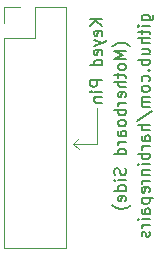
<source format=gbr>
G04 #@! TF.GenerationSoftware,KiCad,Pcbnew,(5.1.0-0)*
G04 #@! TF.CreationDate,2019-08-08T23:34:54-04:00*
G04 #@! TF.ProjectId,Dell Optiplex Front Panel LED Indicator Adapter,44656c6c-204f-4707-9469-706c65782046,rev?*
G04 #@! TF.SameCoordinates,Original*
G04 #@! TF.FileFunction,Legend,Bot*
G04 #@! TF.FilePolarity,Positive*
%FSLAX46Y46*%
G04 Gerber Fmt 4.6, Leading zero omitted, Abs format (unit mm)*
G04 Created by KiCad (PCBNEW (5.1.0-0)) date 2019-08-08 23:34:54*
%MOMM*%
%LPD*%
G04 APERTURE LIST*
%ADD10C,0.120000*%
%ADD11C,0.150000*%
G04 APERTURE END LIST*
D10*
X151000000Y-75000000D02*
X151000000Y-72000000D01*
D11*
X151452380Y-64476190D02*
X150452380Y-64476190D01*
X151452380Y-65047619D02*
X150880952Y-64619047D01*
X150452380Y-65047619D02*
X151023809Y-64476190D01*
X151404761Y-65857142D02*
X151452380Y-65761904D01*
X151452380Y-65571428D01*
X151404761Y-65476190D01*
X151309523Y-65428571D01*
X150928571Y-65428571D01*
X150833333Y-65476190D01*
X150785714Y-65571428D01*
X150785714Y-65761904D01*
X150833333Y-65857142D01*
X150928571Y-65904761D01*
X151023809Y-65904761D01*
X151119047Y-65428571D01*
X150785714Y-66238095D02*
X151452380Y-66476190D01*
X150785714Y-66714285D02*
X151452380Y-66476190D01*
X151690476Y-66380952D01*
X151738095Y-66333333D01*
X151785714Y-66238095D01*
X151404761Y-67476190D02*
X151452380Y-67380952D01*
X151452380Y-67190476D01*
X151404761Y-67095238D01*
X151309523Y-67047619D01*
X150928571Y-67047619D01*
X150833333Y-67095238D01*
X150785714Y-67190476D01*
X150785714Y-67380952D01*
X150833333Y-67476190D01*
X150928571Y-67523809D01*
X151023809Y-67523809D01*
X151119047Y-67047619D01*
X151452380Y-68380952D02*
X150452380Y-68380952D01*
X151404761Y-68380952D02*
X151452380Y-68285714D01*
X151452380Y-68095238D01*
X151404761Y-68000000D01*
X151357142Y-67952380D01*
X151261904Y-67904761D01*
X150976190Y-67904761D01*
X150880952Y-67952380D01*
X150833333Y-68000000D01*
X150785714Y-68095238D01*
X150785714Y-68285714D01*
X150833333Y-68380952D01*
X151452380Y-69619047D02*
X150452380Y-69619047D01*
X150452380Y-70000000D01*
X150500000Y-70095238D01*
X150547619Y-70142857D01*
X150642857Y-70190476D01*
X150785714Y-70190476D01*
X150880952Y-70142857D01*
X150928571Y-70095238D01*
X150976190Y-70000000D01*
X150976190Y-69619047D01*
X151452380Y-70619047D02*
X150785714Y-70619047D01*
X150452380Y-70619047D02*
X150500000Y-70571428D01*
X150547619Y-70619047D01*
X150500000Y-70666666D01*
X150452380Y-70619047D01*
X150547619Y-70619047D01*
X150785714Y-71095238D02*
X151452380Y-71095238D01*
X150880952Y-71095238D02*
X150833333Y-71142857D01*
X150785714Y-71238095D01*
X150785714Y-71380952D01*
X150833333Y-71476190D01*
X150928571Y-71523809D01*
X151452380Y-71523809D01*
D10*
X149000000Y-75000000D02*
X149500000Y-75500000D01*
X149500000Y-74500000D02*
X149000000Y-75000000D01*
X149000000Y-75000000D02*
X149500000Y-74500000D01*
X149000000Y-75000000D02*
X151000000Y-75000000D01*
D11*
X153833333Y-66761904D02*
X153785714Y-66714285D01*
X153642857Y-66619047D01*
X153547619Y-66571428D01*
X153404761Y-66523809D01*
X153166666Y-66476190D01*
X152976190Y-66476190D01*
X152738095Y-66523809D01*
X152595238Y-66571428D01*
X152500000Y-66619047D01*
X152357142Y-66714285D01*
X152309523Y-66761904D01*
X153452380Y-67142857D02*
X152452380Y-67142857D01*
X153166666Y-67476190D01*
X152452380Y-67809523D01*
X153452380Y-67809523D01*
X153452380Y-68428571D02*
X153404761Y-68333333D01*
X153357142Y-68285714D01*
X153261904Y-68238095D01*
X152976190Y-68238095D01*
X152880952Y-68285714D01*
X152833333Y-68333333D01*
X152785714Y-68428571D01*
X152785714Y-68571428D01*
X152833333Y-68666666D01*
X152880952Y-68714285D01*
X152976190Y-68761904D01*
X153261904Y-68761904D01*
X153357142Y-68714285D01*
X153404761Y-68666666D01*
X153452380Y-68571428D01*
X153452380Y-68428571D01*
X152785714Y-69047619D02*
X152785714Y-69428571D01*
X152452380Y-69190476D02*
X153309523Y-69190476D01*
X153404761Y-69238095D01*
X153452380Y-69333333D01*
X153452380Y-69428571D01*
X153452380Y-69761904D02*
X152452380Y-69761904D01*
X153452380Y-70190476D02*
X152928571Y-70190476D01*
X152833333Y-70142857D01*
X152785714Y-70047619D01*
X152785714Y-69904761D01*
X152833333Y-69809523D01*
X152880952Y-69761904D01*
X153404761Y-71047619D02*
X153452380Y-70952380D01*
X153452380Y-70761904D01*
X153404761Y-70666666D01*
X153309523Y-70619047D01*
X152928571Y-70619047D01*
X152833333Y-70666666D01*
X152785714Y-70761904D01*
X152785714Y-70952380D01*
X152833333Y-71047619D01*
X152928571Y-71095238D01*
X153023809Y-71095238D01*
X153119047Y-70619047D01*
X153452380Y-71523809D02*
X152785714Y-71523809D01*
X152976190Y-71523809D02*
X152880952Y-71571428D01*
X152833333Y-71619047D01*
X152785714Y-71714285D01*
X152785714Y-71809523D01*
X153452380Y-72142857D02*
X152452380Y-72142857D01*
X152833333Y-72142857D02*
X152785714Y-72238095D01*
X152785714Y-72428571D01*
X152833333Y-72523809D01*
X152880952Y-72571428D01*
X152976190Y-72619047D01*
X153261904Y-72619047D01*
X153357142Y-72571428D01*
X153404761Y-72523809D01*
X153452380Y-72428571D01*
X153452380Y-72238095D01*
X153404761Y-72142857D01*
X153452380Y-73190476D02*
X153404761Y-73095238D01*
X153357142Y-73047619D01*
X153261904Y-73000000D01*
X152976190Y-73000000D01*
X152880952Y-73047619D01*
X152833333Y-73095238D01*
X152785714Y-73190476D01*
X152785714Y-73333333D01*
X152833333Y-73428571D01*
X152880952Y-73476190D01*
X152976190Y-73523809D01*
X153261904Y-73523809D01*
X153357142Y-73476190D01*
X153404761Y-73428571D01*
X153452380Y-73333333D01*
X153452380Y-73190476D01*
X153452380Y-74380952D02*
X152928571Y-74380952D01*
X152833333Y-74333333D01*
X152785714Y-74238095D01*
X152785714Y-74047619D01*
X152833333Y-73952380D01*
X153404761Y-74380952D02*
X153452380Y-74285714D01*
X153452380Y-74047619D01*
X153404761Y-73952380D01*
X153309523Y-73904761D01*
X153214285Y-73904761D01*
X153119047Y-73952380D01*
X153071428Y-74047619D01*
X153071428Y-74285714D01*
X153023809Y-74380952D01*
X153452380Y-74857142D02*
X152785714Y-74857142D01*
X152976190Y-74857142D02*
X152880952Y-74904761D01*
X152833333Y-74952380D01*
X152785714Y-75047619D01*
X152785714Y-75142857D01*
X153452380Y-75904761D02*
X152452380Y-75904761D01*
X153404761Y-75904761D02*
X153452380Y-75809523D01*
X153452380Y-75619047D01*
X153404761Y-75523809D01*
X153357142Y-75476190D01*
X153261904Y-75428571D01*
X152976190Y-75428571D01*
X152880952Y-75476190D01*
X152833333Y-75523809D01*
X152785714Y-75619047D01*
X152785714Y-75809523D01*
X152833333Y-75904761D01*
X153404761Y-77095238D02*
X153452380Y-77238095D01*
X153452380Y-77476190D01*
X153404761Y-77571428D01*
X153357142Y-77619047D01*
X153261904Y-77666666D01*
X153166666Y-77666666D01*
X153071428Y-77619047D01*
X153023809Y-77571428D01*
X152976190Y-77476190D01*
X152928571Y-77285714D01*
X152880952Y-77190476D01*
X152833333Y-77142857D01*
X152738095Y-77095238D01*
X152642857Y-77095238D01*
X152547619Y-77142857D01*
X152500000Y-77190476D01*
X152452380Y-77285714D01*
X152452380Y-77523809D01*
X152500000Y-77666666D01*
X153452380Y-78095238D02*
X152785714Y-78095238D01*
X152452380Y-78095238D02*
X152500000Y-78047619D01*
X152547619Y-78095238D01*
X152500000Y-78142857D01*
X152452380Y-78095238D01*
X152547619Y-78095238D01*
X153452380Y-79000000D02*
X152452380Y-79000000D01*
X153404761Y-79000000D02*
X153452380Y-78904761D01*
X153452380Y-78714285D01*
X153404761Y-78619047D01*
X153357142Y-78571428D01*
X153261904Y-78523809D01*
X152976190Y-78523809D01*
X152880952Y-78571428D01*
X152833333Y-78619047D01*
X152785714Y-78714285D01*
X152785714Y-78904761D01*
X152833333Y-79000000D01*
X153404761Y-79857142D02*
X153452380Y-79761904D01*
X153452380Y-79571428D01*
X153404761Y-79476190D01*
X153309523Y-79428571D01*
X152928571Y-79428571D01*
X152833333Y-79476190D01*
X152785714Y-79571428D01*
X152785714Y-79761904D01*
X152833333Y-79857142D01*
X152928571Y-79904761D01*
X153023809Y-79904761D01*
X153119047Y-79428571D01*
X153833333Y-80238095D02*
X153785714Y-80285714D01*
X153642857Y-80380952D01*
X153547619Y-80428571D01*
X153404761Y-80476190D01*
X153166666Y-80523809D01*
X152976190Y-80523809D01*
X152738095Y-80476190D01*
X152595238Y-80428571D01*
X152500000Y-80380952D01*
X152357142Y-80285714D01*
X152309523Y-80238095D01*
X154785714Y-64571428D02*
X155595238Y-64571428D01*
X155690476Y-64523809D01*
X155738095Y-64476190D01*
X155785714Y-64380952D01*
X155785714Y-64238095D01*
X155738095Y-64142857D01*
X155404761Y-64571428D02*
X155452380Y-64476190D01*
X155452380Y-64285714D01*
X155404761Y-64190476D01*
X155357142Y-64142857D01*
X155261904Y-64095238D01*
X154976190Y-64095238D01*
X154880952Y-64142857D01*
X154833333Y-64190476D01*
X154785714Y-64285714D01*
X154785714Y-64476190D01*
X154833333Y-64571428D01*
X155452380Y-65047619D02*
X154785714Y-65047619D01*
X154452380Y-65047619D02*
X154500000Y-65000000D01*
X154547619Y-65047619D01*
X154500000Y-65095238D01*
X154452380Y-65047619D01*
X154547619Y-65047619D01*
X154785714Y-65380952D02*
X154785714Y-65761904D01*
X154452380Y-65523809D02*
X155309523Y-65523809D01*
X155404761Y-65571428D01*
X155452380Y-65666666D01*
X155452380Y-65761904D01*
X155452380Y-66095238D02*
X154452380Y-66095238D01*
X155452380Y-66523809D02*
X154928571Y-66523809D01*
X154833333Y-66476190D01*
X154785714Y-66380952D01*
X154785714Y-66238095D01*
X154833333Y-66142857D01*
X154880952Y-66095238D01*
X154785714Y-67428571D02*
X155452380Y-67428571D01*
X154785714Y-67000000D02*
X155309523Y-67000000D01*
X155404761Y-67047619D01*
X155452380Y-67142857D01*
X155452380Y-67285714D01*
X155404761Y-67380952D01*
X155357142Y-67428571D01*
X155452380Y-67904761D02*
X154452380Y-67904761D01*
X154833333Y-67904761D02*
X154785714Y-68000000D01*
X154785714Y-68190476D01*
X154833333Y-68285714D01*
X154880952Y-68333333D01*
X154976190Y-68380952D01*
X155261904Y-68380952D01*
X155357142Y-68333333D01*
X155404761Y-68285714D01*
X155452380Y-68190476D01*
X155452380Y-68000000D01*
X155404761Y-67904761D01*
X155357142Y-68809523D02*
X155404761Y-68857142D01*
X155452380Y-68809523D01*
X155404761Y-68761904D01*
X155357142Y-68809523D01*
X155452380Y-68809523D01*
X155404761Y-69714285D02*
X155452380Y-69619047D01*
X155452380Y-69428571D01*
X155404761Y-69333333D01*
X155357142Y-69285714D01*
X155261904Y-69238095D01*
X154976190Y-69238095D01*
X154880952Y-69285714D01*
X154833333Y-69333333D01*
X154785714Y-69428571D01*
X154785714Y-69619047D01*
X154833333Y-69714285D01*
X155452380Y-70285714D02*
X155404761Y-70190476D01*
X155357142Y-70142857D01*
X155261904Y-70095238D01*
X154976190Y-70095238D01*
X154880952Y-70142857D01*
X154833333Y-70190476D01*
X154785714Y-70285714D01*
X154785714Y-70428571D01*
X154833333Y-70523809D01*
X154880952Y-70571428D01*
X154976190Y-70619047D01*
X155261904Y-70619047D01*
X155357142Y-70571428D01*
X155404761Y-70523809D01*
X155452380Y-70428571D01*
X155452380Y-70285714D01*
X155452380Y-71047619D02*
X154785714Y-71047619D01*
X154880952Y-71047619D02*
X154833333Y-71095238D01*
X154785714Y-71190476D01*
X154785714Y-71333333D01*
X154833333Y-71428571D01*
X154928571Y-71476190D01*
X155452380Y-71476190D01*
X154928571Y-71476190D02*
X154833333Y-71523809D01*
X154785714Y-71619047D01*
X154785714Y-71761904D01*
X154833333Y-71857142D01*
X154928571Y-71904761D01*
X155452380Y-71904761D01*
X154404761Y-73095238D02*
X155690476Y-72238095D01*
X155452380Y-73428571D02*
X154452380Y-73428571D01*
X155452380Y-73857142D02*
X154928571Y-73857142D01*
X154833333Y-73809523D01*
X154785714Y-73714285D01*
X154785714Y-73571428D01*
X154833333Y-73476190D01*
X154880952Y-73428571D01*
X155452380Y-74761904D02*
X154928571Y-74761904D01*
X154833333Y-74714285D01*
X154785714Y-74619047D01*
X154785714Y-74428571D01*
X154833333Y-74333333D01*
X155404761Y-74761904D02*
X155452380Y-74666666D01*
X155452380Y-74428571D01*
X155404761Y-74333333D01*
X155309523Y-74285714D01*
X155214285Y-74285714D01*
X155119047Y-74333333D01*
X155071428Y-74428571D01*
X155071428Y-74666666D01*
X155023809Y-74761904D01*
X155452380Y-75238095D02*
X154785714Y-75238095D01*
X154976190Y-75238095D02*
X154880952Y-75285714D01*
X154833333Y-75333333D01*
X154785714Y-75428571D01*
X154785714Y-75523809D01*
X155452380Y-75857142D02*
X154452380Y-75857142D01*
X154833333Y-75857142D02*
X154785714Y-75952380D01*
X154785714Y-76142857D01*
X154833333Y-76238095D01*
X154880952Y-76285714D01*
X154976190Y-76333333D01*
X155261904Y-76333333D01*
X155357142Y-76285714D01*
X155404761Y-76238095D01*
X155452380Y-76142857D01*
X155452380Y-75952380D01*
X155404761Y-75857142D01*
X155452380Y-76761904D02*
X154785714Y-76761904D01*
X154452380Y-76761904D02*
X154500000Y-76714285D01*
X154547619Y-76761904D01*
X154500000Y-76809523D01*
X154452380Y-76761904D01*
X154547619Y-76761904D01*
X154785714Y-77238095D02*
X155452380Y-77238095D01*
X154880952Y-77238095D02*
X154833333Y-77285714D01*
X154785714Y-77380952D01*
X154785714Y-77523809D01*
X154833333Y-77619047D01*
X154928571Y-77666666D01*
X155452380Y-77666666D01*
X155452380Y-78142857D02*
X154785714Y-78142857D01*
X154976190Y-78142857D02*
X154880952Y-78190476D01*
X154833333Y-78238095D01*
X154785714Y-78333333D01*
X154785714Y-78428571D01*
X155404761Y-79142857D02*
X155452380Y-79047619D01*
X155452380Y-78857142D01*
X155404761Y-78761904D01*
X155309523Y-78714285D01*
X154928571Y-78714285D01*
X154833333Y-78761904D01*
X154785714Y-78857142D01*
X154785714Y-79047619D01*
X154833333Y-79142857D01*
X154928571Y-79190476D01*
X155023809Y-79190476D01*
X155119047Y-78714285D01*
X154785714Y-79619047D02*
X155785714Y-79619047D01*
X154833333Y-79619047D02*
X154785714Y-79714285D01*
X154785714Y-79904761D01*
X154833333Y-80000000D01*
X154880952Y-80047619D01*
X154976190Y-80095238D01*
X155261904Y-80095238D01*
X155357142Y-80047619D01*
X155404761Y-80000000D01*
X155452380Y-79904761D01*
X155452380Y-79714285D01*
X155404761Y-79619047D01*
X155452380Y-80952380D02*
X154928571Y-80952380D01*
X154833333Y-80904761D01*
X154785714Y-80809523D01*
X154785714Y-80619047D01*
X154833333Y-80523809D01*
X155404761Y-80952380D02*
X155452380Y-80857142D01*
X155452380Y-80619047D01*
X155404761Y-80523809D01*
X155309523Y-80476190D01*
X155214285Y-80476190D01*
X155119047Y-80523809D01*
X155071428Y-80619047D01*
X155071428Y-80857142D01*
X155023809Y-80952380D01*
X155452380Y-81428571D02*
X154785714Y-81428571D01*
X154452380Y-81428571D02*
X154500000Y-81380952D01*
X154547619Y-81428571D01*
X154500000Y-81476190D01*
X154452380Y-81428571D01*
X154547619Y-81428571D01*
X155452380Y-81904761D02*
X154785714Y-81904761D01*
X154976190Y-81904761D02*
X154880952Y-81952380D01*
X154833333Y-82000000D01*
X154785714Y-82095238D01*
X154785714Y-82190476D01*
X155404761Y-82476190D02*
X155452380Y-82571428D01*
X155452380Y-82761904D01*
X155404761Y-82857142D01*
X155309523Y-82904761D01*
X155261904Y-82904761D01*
X155166666Y-82857142D01*
X155119047Y-82761904D01*
X155119047Y-82619047D01*
X155071428Y-82523809D01*
X154976190Y-82476190D01*
X154928571Y-82476190D01*
X154833333Y-82523809D01*
X154785714Y-82619047D01*
X154785714Y-82761904D01*
X154833333Y-82857142D01*
D10*
X148370000Y-63420000D02*
X145770000Y-63420000D01*
X148370000Y-63420000D02*
X148370000Y-83860000D01*
X148370000Y-83860000D02*
X143170000Y-83860000D01*
X143170000Y-66020000D02*
X143170000Y-83860000D01*
X145770000Y-66020000D02*
X143170000Y-66020000D01*
X145770000Y-63420000D02*
X145770000Y-66020000D01*
X143170000Y-63420000D02*
X143170000Y-64750000D01*
X144500000Y-63420000D02*
X143170000Y-63420000D01*
M02*

</source>
